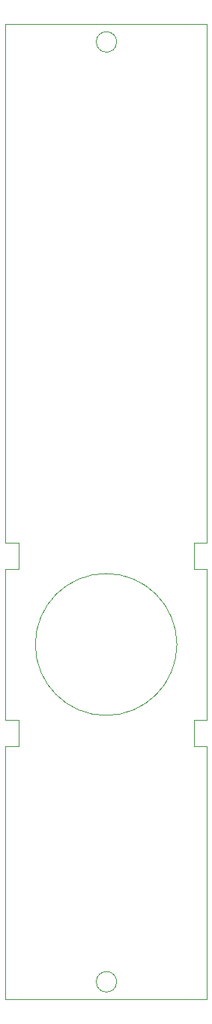
<source format=gm1>
G04*
G04 #@! TF.GenerationSoftware,Altium Limited,Altium Designer,18.0.7 (293)*
G04*
G04 Layer_Color=16711935*
%FSLAX25Y25*%
%MOIN*%
G70*
G01*
G75*
%ADD128C,0.00050*%
D128*
X436644Y166899D02*
G03*
X436644Y166899I-4528J0D01*
G01*
Y584222D02*
G03*
X436644Y584222I-4528J0D01*
G01*
X463462Y316683D02*
G03*
X463462Y316683I-31496J0D01*
G01*
X476908Y361958D02*
Y592096D01*
X387025D02*
X476908D01*
X387025Y361958D02*
Y592096D01*
Y361958D02*
X392931D01*
Y350147D02*
Y361958D01*
X387025Y350147D02*
X392931D01*
X387025Y283218D02*
Y350147D01*
Y283218D02*
X392931D01*
Y271407D02*
Y283218D01*
X387025Y271407D02*
X392931D01*
X387025Y159025D02*
Y271407D01*
Y159025D02*
X476908D01*
Y271407D01*
X471002D02*
X476908D01*
X471002D02*
Y283218D01*
X476908D01*
Y350147D01*
X471002D02*
X476908D01*
X471002D02*
Y361958D01*
X476908D01*
M02*

</source>
